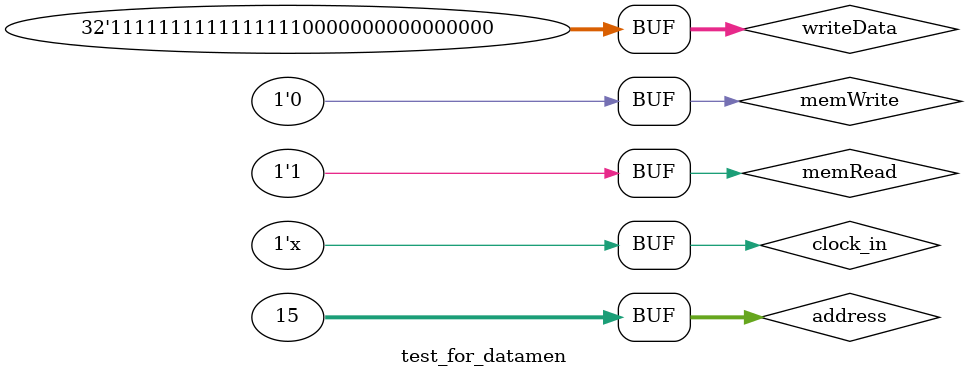
<source format=v>
`timescale 1ns / 1ps


module test_for_datamen;

	// Inputs
	reg clock_in;
	reg [31:0] address;
	reg [31:0] writeData;
	reg memWrite;
	reg memRead;

	// Outputs
	wire [31:0] readData;

	// Instantiate the Unit Under Test (UUT)
	data_memory uut (
		.clock_in(clock_in), 
		.address(address), 
		.writeData(writeData), 
		.memWrite(memWrite), 
		.memRead(memRead), 
		.readData(readData)
	);
   always #100 clock_in = ~clock_in;
	initial begin
		// Initialize Inputs
		clock_in = 0;
		address = 0;
		writeData = 0;
		memWrite = 0;
		memRead = 0;

		// Wait 100 ns for global reset to finish
		#185;
		memWrite = 1'b1;
		address = 32'b00000000000000000000000000001111;
		writeData = 32'b11111111111111110000000000000000;
		
		#250;
		memRead = 1'b1;
		memWrite = 1'b0;
        
		// Add stimulus here

	end
      
endmodule


</source>
